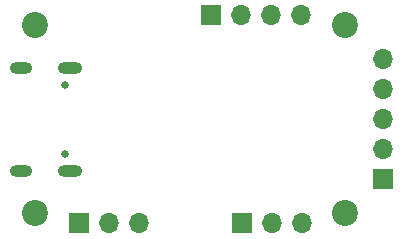
<source format=gbs>
%TF.GenerationSoftware,KiCad,Pcbnew,8.0.7-5-g6f92c4cccf*%
%TF.CreationDate,2025-01-08T11:04:30+08:00*%
%TF.ProjectId,UINIO-USB-UART-CH343,55494e49-4f2d-4555-9342-2d554152542d,Version 5.0.0*%
%TF.SameCoordinates,PX8be9df0PY5020b20*%
%TF.FileFunction,Soldermask,Bot*%
%TF.FilePolarity,Negative*%
%FSLAX46Y46*%
G04 Gerber Fmt 4.6, Leading zero omitted, Abs format (unit mm)*
G04 Created by KiCad (PCBNEW 8.0.7-5-g6f92c4cccf) date 2025-01-08 11:04:30*
%MOMM*%
%LPD*%
G01*
G04 APERTURE LIST*
%ADD10R,1.700000X1.700000*%
%ADD11O,1.700000X1.700000*%
%ADD12C,2.200000*%
%ADD13C,0.650000*%
%ADD14O,2.100000X1.000000*%
%ADD15O,1.900000X1.000000*%
G04 APERTURE END LIST*
D10*
%TO.C,J7*%
X3361320Y-18940000D03*
D11*
X5901320Y-18940000D03*
X8441320Y-18940000D03*
%TD*%
D12*
%TO.C,HOLE\u002A\u002A*%
X-360000Y-2190000D03*
%TD*%
%TO.C,HOLE\u002A\u002A*%
X-360000Y-18110000D03*
%TD*%
D13*
%TO.C,USB1*%
X2131320Y-7260000D03*
X2131320Y-13040000D03*
D14*
X2631320Y-5825000D03*
X2631320Y-14475000D03*
D15*
X-1568680Y-5825000D03*
X-1568680Y-14475000D03*
%TD*%
D10*
%TO.C,J5*%
X29060000Y-15225000D03*
D11*
X29060000Y-12685000D03*
X29060000Y-10145000D03*
X29060000Y-7605000D03*
X29060000Y-5065000D03*
%TD*%
D12*
%TO.C,HOLE\u002A\u002A*%
X25840000Y-18110000D03*
%TD*%
%TO.C,HOLE\u002A\u002A*%
X25840000Y-2190000D03*
%TD*%
D10*
%TO.C,J4*%
X17120000Y-18940000D03*
D11*
X19660000Y-18940000D03*
X22200000Y-18940000D03*
%TD*%
D10*
%TO.C,J6*%
X14570000Y-1330000D03*
D11*
X17110000Y-1330000D03*
X19650000Y-1330000D03*
X22190000Y-1330000D03*
%TD*%
M02*

</source>
